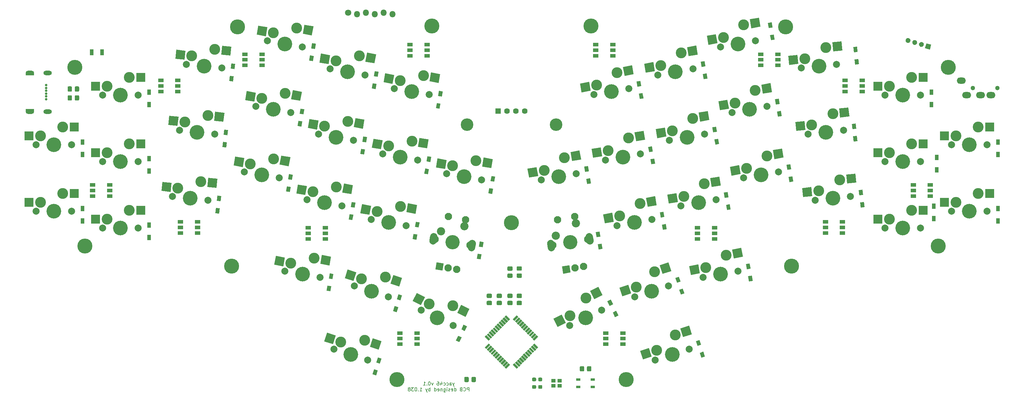
<source format=gbr>
%TF.GenerationSoftware,KiCad,Pcbnew,(5.1.6)-1*%
%TF.CreationDate,2020-09-17T21:57:32+09:00*%
%TF.ProjectId,yacc46,79616363-3436-42e6-9b69-6361645f7063,rev?*%
%TF.SameCoordinates,Original*%
%TF.FileFunction,Soldermask,Bot*%
%TF.FilePolarity,Negative*%
%FSLAX46Y46*%
G04 Gerber Fmt 4.6, Leading zero omitted, Abs format (unit mm)*
G04 Created by KiCad (PCBNEW (5.1.6)-1) date 2020-09-17 21:57:32*
%MOMM*%
%LPD*%
G01*
G04 APERTURE LIST*
%ADD10C,0.150000*%
%ADD11R,1.624000X1.624000*%
%ADD12C,1.624000*%
%ADD13O,2.600000X1.800000*%
%ADD14C,1.300000*%
%ADD15C,2.350000*%
%ADD16C,4.087800*%
%ADD17C,2.100000*%
%ADD18C,0.100000*%
%ADD19C,3.600000*%
%ADD20C,0.700000*%
%ADD21C,3.100000*%
%ADD22R,2.650000X2.600000*%
%ADD23C,2.000000*%
%ADD24C,4.200000*%
%ADD25R,1.100000X1.500000*%
%ADD26C,4.300000*%
%ADD27O,1.800000X1.800000*%
%ADD28C,1.800000*%
%ADD29R,1.100000X1.700000*%
%ADD30R,1.600000X1.100000*%
%ADD31R,1.250000X1.100000*%
%ADD32O,2.400000X1.300000*%
%ADD33R,2.400000X0.350000*%
%ADD34R,0.360000X0.750000*%
%ADD35R,1.150000X0.750000*%
G04 APERTURE END LIST*
D10*
X148402380Y-134110714D02*
X148164285Y-134777380D01*
X147926190Y-134110714D02*
X148164285Y-134777380D01*
X148259523Y-135015476D01*
X148307142Y-135063095D01*
X148402380Y-135110714D01*
X147116666Y-134777380D02*
X147116666Y-134253571D01*
X147164285Y-134158333D01*
X147259523Y-134110714D01*
X147450000Y-134110714D01*
X147545238Y-134158333D01*
X147116666Y-134729761D02*
X147211904Y-134777380D01*
X147450000Y-134777380D01*
X147545238Y-134729761D01*
X147592857Y-134634523D01*
X147592857Y-134539285D01*
X147545238Y-134444047D01*
X147450000Y-134396428D01*
X147211904Y-134396428D01*
X147116666Y-134348809D01*
X146211904Y-134729761D02*
X146307142Y-134777380D01*
X146497619Y-134777380D01*
X146592857Y-134729761D01*
X146640476Y-134682142D01*
X146688095Y-134586904D01*
X146688095Y-134301190D01*
X146640476Y-134205952D01*
X146592857Y-134158333D01*
X146497619Y-134110714D01*
X146307142Y-134110714D01*
X146211904Y-134158333D01*
X145354761Y-134729761D02*
X145450000Y-134777380D01*
X145640476Y-134777380D01*
X145735714Y-134729761D01*
X145783333Y-134682142D01*
X145830952Y-134586904D01*
X145830952Y-134301190D01*
X145783333Y-134205952D01*
X145735714Y-134158333D01*
X145640476Y-134110714D01*
X145450000Y-134110714D01*
X145354761Y-134158333D01*
X144497619Y-134110714D02*
X144497619Y-134777380D01*
X144735714Y-133729761D02*
X144973809Y-134444047D01*
X144354761Y-134444047D01*
X143545238Y-133777380D02*
X143735714Y-133777380D01*
X143830952Y-133825000D01*
X143878571Y-133872619D01*
X143973809Y-134015476D01*
X144021428Y-134205952D01*
X144021428Y-134586904D01*
X143973809Y-134682142D01*
X143926190Y-134729761D01*
X143830952Y-134777380D01*
X143640476Y-134777380D01*
X143545238Y-134729761D01*
X143497619Y-134682142D01*
X143450000Y-134586904D01*
X143450000Y-134348809D01*
X143497619Y-134253571D01*
X143545238Y-134205952D01*
X143640476Y-134158333D01*
X143830952Y-134158333D01*
X143926190Y-134205952D01*
X143973809Y-134253571D01*
X144021428Y-134348809D01*
X142354761Y-134110714D02*
X142116666Y-134777380D01*
X141878571Y-134110714D01*
X141307142Y-133777380D02*
X141211904Y-133777380D01*
X141116666Y-133825000D01*
X141069047Y-133872619D01*
X141021428Y-133967857D01*
X140973809Y-134158333D01*
X140973809Y-134396428D01*
X141021428Y-134586904D01*
X141069047Y-134682142D01*
X141116666Y-134729761D01*
X141211904Y-134777380D01*
X141307142Y-134777380D01*
X141402380Y-134729761D01*
X141450000Y-134682142D01*
X141497619Y-134586904D01*
X141545238Y-134396428D01*
X141545238Y-134158333D01*
X141497619Y-133967857D01*
X141450000Y-133872619D01*
X141402380Y-133825000D01*
X141307142Y-133777380D01*
X140545238Y-134682142D02*
X140497619Y-134729761D01*
X140545238Y-134777380D01*
X140592857Y-134729761D01*
X140545238Y-134682142D01*
X140545238Y-134777380D01*
X139545238Y-134777380D02*
X140116666Y-134777380D01*
X139830952Y-134777380D02*
X139830952Y-133777380D01*
X139926190Y-133920238D01*
X140021428Y-134015476D01*
X140116666Y-134063095D01*
X152640476Y-136427380D02*
X152640476Y-135427380D01*
X152259523Y-135427380D01*
X152164285Y-135475000D01*
X152116666Y-135522619D01*
X152069047Y-135617857D01*
X152069047Y-135760714D01*
X152116666Y-135855952D01*
X152164285Y-135903571D01*
X152259523Y-135951190D01*
X152640476Y-135951190D01*
X151069047Y-136332142D02*
X151116666Y-136379761D01*
X151259523Y-136427380D01*
X151354761Y-136427380D01*
X151497619Y-136379761D01*
X151592857Y-136284523D01*
X151640476Y-136189285D01*
X151688095Y-135998809D01*
X151688095Y-135855952D01*
X151640476Y-135665476D01*
X151592857Y-135570238D01*
X151497619Y-135475000D01*
X151354761Y-135427380D01*
X151259523Y-135427380D01*
X151116666Y-135475000D01*
X151069047Y-135522619D01*
X150307142Y-135903571D02*
X150164285Y-135951190D01*
X150116666Y-135998809D01*
X150069047Y-136094047D01*
X150069047Y-136236904D01*
X150116666Y-136332142D01*
X150164285Y-136379761D01*
X150259523Y-136427380D01*
X150640476Y-136427380D01*
X150640476Y-135427380D01*
X150307142Y-135427380D01*
X150211904Y-135475000D01*
X150164285Y-135522619D01*
X150116666Y-135617857D01*
X150116666Y-135713095D01*
X150164285Y-135808333D01*
X150211904Y-135855952D01*
X150307142Y-135903571D01*
X150640476Y-135903571D01*
X148450000Y-136427380D02*
X148450000Y-135427380D01*
X148450000Y-136379761D02*
X148545238Y-136427380D01*
X148735714Y-136427380D01*
X148830952Y-136379761D01*
X148878571Y-136332142D01*
X148926190Y-136236904D01*
X148926190Y-135951190D01*
X148878571Y-135855952D01*
X148830952Y-135808333D01*
X148735714Y-135760714D01*
X148545238Y-135760714D01*
X148450000Y-135808333D01*
X147592857Y-136379761D02*
X147688095Y-136427380D01*
X147878571Y-136427380D01*
X147973809Y-136379761D01*
X148021428Y-136284523D01*
X148021428Y-135903571D01*
X147973809Y-135808333D01*
X147878571Y-135760714D01*
X147688095Y-135760714D01*
X147592857Y-135808333D01*
X147545238Y-135903571D01*
X147545238Y-135998809D01*
X148021428Y-136094047D01*
X147164285Y-136379761D02*
X147069047Y-136427380D01*
X146878571Y-136427380D01*
X146783333Y-136379761D01*
X146735714Y-136284523D01*
X146735714Y-136236904D01*
X146783333Y-136141666D01*
X146878571Y-136094047D01*
X147021428Y-136094047D01*
X147116666Y-136046428D01*
X147164285Y-135951190D01*
X147164285Y-135903571D01*
X147116666Y-135808333D01*
X147021428Y-135760714D01*
X146878571Y-135760714D01*
X146783333Y-135808333D01*
X146307142Y-136427380D02*
X146307142Y-135760714D01*
X146307142Y-135427380D02*
X146354761Y-135475000D01*
X146307142Y-135522619D01*
X146259523Y-135475000D01*
X146307142Y-135427380D01*
X146307142Y-135522619D01*
X145402380Y-135760714D02*
X145402380Y-136570238D01*
X145450000Y-136665476D01*
X145497619Y-136713095D01*
X145592857Y-136760714D01*
X145735714Y-136760714D01*
X145830952Y-136713095D01*
X145402380Y-136379761D02*
X145497619Y-136427380D01*
X145688095Y-136427380D01*
X145783333Y-136379761D01*
X145830952Y-136332142D01*
X145878571Y-136236904D01*
X145878571Y-135951190D01*
X145830952Y-135855952D01*
X145783333Y-135808333D01*
X145688095Y-135760714D01*
X145497619Y-135760714D01*
X145402380Y-135808333D01*
X144926190Y-135760714D02*
X144926190Y-136427380D01*
X144926190Y-135855952D02*
X144878571Y-135808333D01*
X144783333Y-135760714D01*
X144640476Y-135760714D01*
X144545238Y-135808333D01*
X144497619Y-135903571D01*
X144497619Y-136427380D01*
X143640476Y-136379761D02*
X143735714Y-136427380D01*
X143926190Y-136427380D01*
X144021428Y-136379761D01*
X144069047Y-136284523D01*
X144069047Y-135903571D01*
X144021428Y-135808333D01*
X143926190Y-135760714D01*
X143735714Y-135760714D01*
X143640476Y-135808333D01*
X143592857Y-135903571D01*
X143592857Y-135998809D01*
X144069047Y-136094047D01*
X142735714Y-136427380D02*
X142735714Y-135427380D01*
X142735714Y-136379761D02*
X142830952Y-136427380D01*
X143021428Y-136427380D01*
X143116666Y-136379761D01*
X143164285Y-136332142D01*
X143211904Y-136236904D01*
X143211904Y-135951190D01*
X143164285Y-135855952D01*
X143116666Y-135808333D01*
X143021428Y-135760714D01*
X142830952Y-135760714D01*
X142735714Y-135808333D01*
X141497619Y-136427380D02*
X141497619Y-135427380D01*
X141497619Y-135808333D02*
X141402380Y-135760714D01*
X141211904Y-135760714D01*
X141116666Y-135808333D01*
X141069047Y-135855952D01*
X141021428Y-135951190D01*
X141021428Y-136236904D01*
X141069047Y-136332142D01*
X141116666Y-136379761D01*
X141211904Y-136427380D01*
X141402380Y-136427380D01*
X141497619Y-136379761D01*
X140688095Y-135760714D02*
X140450000Y-136427380D01*
X140211904Y-135760714D02*
X140450000Y-136427380D01*
X140545238Y-136665476D01*
X140592857Y-136713095D01*
X140688095Y-136760714D01*
X138545238Y-136427380D02*
X139116666Y-136427380D01*
X138830952Y-136427380D02*
X138830952Y-135427380D01*
X138926190Y-135570238D01*
X139021428Y-135665476D01*
X139116666Y-135713095D01*
X138116666Y-136332142D02*
X138069047Y-136379761D01*
X138116666Y-136427380D01*
X138164285Y-136379761D01*
X138116666Y-136332142D01*
X138116666Y-136427380D01*
X137450000Y-135427380D02*
X137354761Y-135427380D01*
X137259523Y-135475000D01*
X137211904Y-135522619D01*
X137164285Y-135617857D01*
X137116666Y-135808333D01*
X137116666Y-136046428D01*
X137164285Y-136236904D01*
X137211904Y-136332142D01*
X137259523Y-136379761D01*
X137354761Y-136427380D01*
X137450000Y-136427380D01*
X137545238Y-136379761D01*
X137592857Y-136332142D01*
X137640476Y-136236904D01*
X137688095Y-136046428D01*
X137688095Y-135808333D01*
X137640476Y-135617857D01*
X137592857Y-135522619D01*
X137545238Y-135475000D01*
X137450000Y-135427380D01*
X136783333Y-135427380D02*
X136164285Y-135427380D01*
X136497619Y-135808333D01*
X136354761Y-135808333D01*
X136259523Y-135855952D01*
X136211904Y-135903571D01*
X136164285Y-135998809D01*
X136164285Y-136236904D01*
X136211904Y-136332142D01*
X136259523Y-136379761D01*
X136354761Y-136427380D01*
X136640476Y-136427380D01*
X136735714Y-136379761D01*
X136783333Y-136332142D01*
X135592857Y-135855952D02*
X135688095Y-135808333D01*
X135735714Y-135760714D01*
X135783333Y-135665476D01*
X135783333Y-135617857D01*
X135735714Y-135522619D01*
X135688095Y-135475000D01*
X135592857Y-135427380D01*
X135402380Y-135427380D01*
X135307142Y-135475000D01*
X135259523Y-135522619D01*
X135211904Y-135617857D01*
X135211904Y-135665476D01*
X135259523Y-135760714D01*
X135307142Y-135808333D01*
X135402380Y-135855952D01*
X135592857Y-135855952D01*
X135688095Y-135903571D01*
X135735714Y-135951190D01*
X135783333Y-136046428D01*
X135783333Y-136236904D01*
X135735714Y-136332142D01*
X135688095Y-136379761D01*
X135592857Y-136427380D01*
X135402380Y-136427380D01*
X135307142Y-136379761D01*
X135259523Y-136332142D01*
X135211904Y-136236904D01*
X135211904Y-136046428D01*
X135259523Y-135951190D01*
X135307142Y-135903571D01*
X135402380Y-135855952D01*
D11*
%TO.C,J2*%
X160960600Y-56180000D03*
D12*
X163500600Y-56180000D03*
X166040600Y-56180000D03*
X168580600Y-56180000D03*
%TD*%
D13*
%TO.C,J5*%
X293530000Y-47450000D03*
X295030000Y-51650000D03*
X299030000Y-51650000D03*
X302030000Y-51650000D03*
D14*
X296830000Y-49550000D03*
X303830000Y-49550000D03*
%TD*%
D15*
%TO.C,SW19*%
X151311876Y-89209681D03*
D16*
X147928332Y-93771438D03*
D15*
X144617281Y-90608427D03*
D17*
X142925509Y-92889305D03*
X152931155Y-94653571D03*
D18*
G36*
X145015669Y-101939755D02*
G01*
X142947572Y-101575094D01*
X143312233Y-99506997D01*
X145380330Y-99871658D01*
X145015669Y-101939755D01*
G37*
D17*
X146625971Y-101157496D03*
X149087990Y-101591617D03*
G36*
G01*
X142126890Y-94423941D02*
X142126889Y-94423941D01*
G75*
G02*
X141275172Y-93207562I182331J1034048D01*
G01*
X141483550Y-92025792D01*
G75*
G02*
X142699929Y-91174075I1034048J-182331D01*
G01*
X142699929Y-91174075D01*
G75*
G02*
X143551646Y-92390454I-182331J-1034048D01*
G01*
X143343268Y-93572224D01*
G75*
G02*
X142126889Y-94423941I-1034048J182331D01*
G01*
G37*
G36*
G01*
X153156736Y-96368801D02*
X153156735Y-96368801D01*
G75*
G02*
X152305018Y-95152422I182331J1034048D01*
G01*
X152513396Y-93970652D01*
G75*
G02*
X153729775Y-93118935I1034048J-182331D01*
G01*
X153729775Y-93118935D01*
G75*
G02*
X154581492Y-94335314I-182331J-1034048D01*
G01*
X154373114Y-95517084D01*
G75*
G02*
X153156735Y-96368801I-1034048J182331D01*
G01*
G37*
X146681850Y-86443663D03*
X151605889Y-87311904D03*
%TD*%
D15*
%TO.C,SW36*%
X183232192Y-88327548D03*
D16*
X181612913Y-93771438D03*
D15*
X177419729Y-91931626D03*
D17*
X176610090Y-94653571D03*
X186615736Y-92889305D03*
D18*
G36*
X181669634Y-102443335D02*
G01*
X179601537Y-102807996D01*
X179236876Y-100739899D01*
X181304973Y-100375238D01*
X181669634Y-102443335D01*
G37*
D17*
X182915274Y-101157496D03*
X185377294Y-100723376D03*
G36*
G01*
X176384509Y-96368801D02*
X176384510Y-96368801D01*
G75*
G02*
X175168131Y-95517084I-182331J1034048D01*
G01*
X174959753Y-94335314D01*
G75*
G02*
X175811470Y-93118935I1034048J182331D01*
G01*
X175811470Y-93118935D01*
G75*
G02*
X177027849Y-93970652I182331J-1034048D01*
G01*
X177236227Y-95152422D01*
G75*
G02*
X176384510Y-96368801I-1034048J-182331D01*
G01*
G37*
G36*
G01*
X187414355Y-94423941D02*
X187414356Y-94423941D01*
G75*
G02*
X186197977Y-93572224I-182331J1034048D01*
G01*
X185989599Y-92390454D01*
G75*
G02*
X186841316Y-91174075I1034048J182331D01*
G01*
X186841316Y-91174075D01*
G75*
G02*
X188057695Y-92025792I182331J-1034048D01*
G01*
X188266073Y-93207562D01*
G75*
G02*
X187414356Y-94423941I-1034048J-182331D01*
G01*
G37*
X177935356Y-87311904D03*
X182859395Y-86443663D03*
%TD*%
D19*
%TO.C,HOLE14*%
X177501200Y-60110000D03*
%TD*%
%TO.C,HOLE13*%
X152040000Y-60110000D03*
%TD*%
D20*
%TO.C,SW1*%
X45715000Y-49035000D03*
X58642000Y-46495000D03*
D21*
X55340000Y-46495000D03*
X48990000Y-49035000D03*
D22*
X58642000Y-46495000D03*
D23*
X47720000Y-51575000D03*
X57880000Y-51575000D03*
D24*
X52800000Y-51575000D03*
D22*
X45715000Y-49035000D03*
%TD*%
D20*
%TO.C,SW2*%
X69995304Y-40039858D03*
X83116991Y-38865012D03*
D21*
X79833079Y-38519859D03*
X73252363Y-40382189D03*
D18*
G36*
X84570620Y-37710634D02*
G01*
X84298846Y-40296391D01*
X81663362Y-40019390D01*
X81935136Y-37433633D01*
X84570620Y-37710634D01*
G37*
D23*
X71723818Y-42775523D03*
X81828160Y-43837533D03*
D24*
X76775989Y-43306528D03*
D18*
G36*
X71448933Y-38885480D02*
G01*
X71177159Y-41471237D01*
X68541675Y-41194236D01*
X68813449Y-38608479D01*
X71448933Y-38885480D01*
G37*
%TD*%
D20*
%TO.C,SW3*%
X93380267Y-33214266D03*
X106551944Y-32957604D03*
D21*
X103300108Y-32384218D03*
X96605513Y-33782964D03*
D18*
G36*
X108082557Y-31907438D02*
G01*
X107631072Y-34467938D01*
X105021331Y-34007770D01*
X105472816Y-31447270D01*
X108082557Y-31907438D01*
G37*
D23*
X94913741Y-36063842D03*
X104919387Y-37828108D03*
D24*
X99916564Y-36945975D03*
D18*
G36*
X94910880Y-32164100D02*
G01*
X94459395Y-34724600D01*
X91849654Y-34264432D01*
X92301139Y-31703932D01*
X94910880Y-32164100D01*
G37*
%TD*%
D20*
%TO.C,SW4*%
X111313855Y-41212411D03*
X124485532Y-40955749D03*
D21*
X121233696Y-40382363D03*
X114539101Y-41781109D03*
D18*
G36*
X126016145Y-39905583D02*
G01*
X125564660Y-42466083D01*
X122954919Y-42005915D01*
X123406404Y-39445415D01*
X126016145Y-39905583D01*
G37*
D23*
X112847329Y-44061987D03*
X122852975Y-45826253D03*
D24*
X117850152Y-44944120D03*
D18*
G36*
X112844468Y-40162245D02*
G01*
X112392983Y-42722745D01*
X109783242Y-42262577D01*
X110234727Y-39702077D01*
X112844468Y-40162245D01*
G37*
%TD*%
D20*
%TO.C,SW5*%
X129660943Y-46865482D03*
X142832620Y-46608820D03*
D21*
X139580784Y-46035434D03*
X132886189Y-47434180D03*
D18*
G36*
X144363233Y-45558654D02*
G01*
X143911748Y-48119154D01*
X141302007Y-47658986D01*
X141753492Y-45098486D01*
X144363233Y-45558654D01*
G37*
D23*
X131194417Y-49715058D03*
X141200063Y-51479324D03*
D24*
X136197240Y-50597191D03*
D18*
G36*
X131191556Y-45815316D02*
G01*
X130740071Y-48375816D01*
X128130330Y-47915648D01*
X128581815Y-45355148D01*
X131191556Y-45815316D01*
G37*
%TD*%
D20*
%TO.C,SW6*%
X26665000Y-63322500D03*
X39592000Y-60782500D03*
D21*
X36290000Y-60782500D03*
X29940000Y-63322500D03*
D22*
X39592000Y-60782500D03*
D23*
X28670000Y-65862500D03*
X38830000Y-65862500D03*
D24*
X33750000Y-65862500D03*
D22*
X26665000Y-63322500D03*
%TD*%
D20*
%TO.C,SW7*%
X45715000Y-68085000D03*
X58642000Y-65545000D03*
D21*
X55340000Y-65545000D03*
X48990000Y-68085000D03*
D22*
X58642000Y-65545000D03*
D23*
X47720000Y-70625000D03*
X57880000Y-70625000D03*
D24*
X52800000Y-70625000D03*
D22*
X45715000Y-68085000D03*
%TD*%
D20*
%TO.C,SW8*%
X68004036Y-58985500D03*
X81125723Y-57810654D03*
D21*
X77841811Y-57465501D03*
X71261095Y-59327831D03*
D18*
G36*
X82579352Y-56656276D02*
G01*
X82307578Y-59242033D01*
X79672094Y-58965032D01*
X79943868Y-56379275D01*
X82579352Y-56656276D01*
G37*
D23*
X69732550Y-61721165D03*
X79836892Y-62783175D03*
D24*
X74784721Y-62252170D03*
D18*
G36*
X69457665Y-57831122D02*
G01*
X69185891Y-60416879D01*
X66550407Y-60139878D01*
X66822181Y-57554121D01*
X69457665Y-57831122D01*
G37*
%TD*%
D20*
%TO.C,SW9*%
X90072269Y-51974854D03*
X103243946Y-51718192D03*
D21*
X99992110Y-51144806D03*
X93297515Y-52543552D03*
D18*
G36*
X104774559Y-50668026D02*
G01*
X104323074Y-53228526D01*
X101713333Y-52768358D01*
X102164818Y-50207858D01*
X104774559Y-50668026D01*
G37*
D23*
X91605743Y-54824430D03*
X101611389Y-56588696D03*
D24*
X96608566Y-55706563D03*
D18*
G36*
X91602882Y-50924688D02*
G01*
X91151397Y-53485188D01*
X88541656Y-53025020D01*
X88993141Y-50464520D01*
X91602882Y-50924688D01*
G37*
%TD*%
D20*
%TO.C,SW10*%
X108005857Y-59972999D03*
X121177534Y-59716337D03*
D21*
X117925698Y-59142951D03*
X111231103Y-60541697D03*
D18*
G36*
X122708147Y-58666171D02*
G01*
X122256662Y-61226671D01*
X119646921Y-60766503D01*
X120098406Y-58206003D01*
X122708147Y-58666171D01*
G37*
D23*
X109539331Y-62822575D03*
X119544977Y-64586841D03*
D24*
X114542154Y-63704708D03*
D18*
G36*
X109536470Y-58922833D02*
G01*
X109084985Y-61483333D01*
X106475244Y-61023165D01*
X106926729Y-58462665D01*
X109536470Y-58922833D01*
G37*
%TD*%
D20*
%TO.C,SW11*%
X126352945Y-65626070D03*
X139524622Y-65369408D03*
D21*
X136272786Y-64796022D03*
X129578191Y-66194768D03*
D18*
G36*
X141055235Y-64319242D02*
G01*
X140603750Y-66879742D01*
X137994009Y-66419574D01*
X138445494Y-63859074D01*
X141055235Y-64319242D01*
G37*
D23*
X127886419Y-68475646D03*
X137892065Y-70239912D03*
D24*
X132889242Y-69357779D03*
D18*
G36*
X127883558Y-64575904D02*
G01*
X127432073Y-67136404D01*
X124822332Y-66676236D01*
X125273817Y-64115736D01*
X127883558Y-64575904D01*
G37*
%TD*%
D20*
%TO.C,SW12*%
X144700033Y-71279141D03*
X157871710Y-71022479D03*
D21*
X154619874Y-70449093D03*
X147925279Y-71847839D03*
D18*
G36*
X159402323Y-69972313D02*
G01*
X158950838Y-72532813D01*
X156341097Y-72072645D01*
X156792582Y-69512145D01*
X159402323Y-69972313D01*
G37*
D23*
X146233507Y-74128717D03*
X156239153Y-75892983D03*
D24*
X151236330Y-75010850D03*
D18*
G36*
X146230646Y-70228975D02*
G01*
X145779161Y-72789475D01*
X143169420Y-72329307D01*
X143620905Y-69768807D01*
X146230646Y-70228975D01*
G37*
%TD*%
D20*
%TO.C,SW13*%
X26665000Y-82372500D03*
X39592000Y-79832500D03*
D21*
X36290000Y-79832500D03*
X29940000Y-82372500D03*
D22*
X39592000Y-79832500D03*
D23*
X28670000Y-84912500D03*
X38830000Y-84912500D03*
D24*
X33750000Y-84912500D03*
D22*
X26665000Y-82372500D03*
%TD*%
D20*
%TO.C,SW14*%
X45715000Y-87135000D03*
X58642000Y-84595000D03*
D21*
X55340000Y-84595000D03*
X48990000Y-87135000D03*
D22*
X58642000Y-84595000D03*
D23*
X47720000Y-89675000D03*
X57880000Y-89675000D03*
D24*
X52800000Y-89675000D03*
D22*
X45715000Y-87135000D03*
%TD*%
D20*
%TO.C,SW15*%
X66012769Y-77931142D03*
X79134456Y-76756296D03*
D21*
X75850544Y-76411143D03*
X69269828Y-78273473D03*
D18*
G36*
X80588085Y-75601918D02*
G01*
X80316311Y-78187675D01*
X77680827Y-77910674D01*
X77952601Y-75324917D01*
X80588085Y-75601918D01*
G37*
D23*
X67741283Y-80666807D03*
X77845625Y-81728817D03*
D24*
X72793454Y-81197812D03*
D18*
G36*
X67466398Y-76776764D02*
G01*
X67194624Y-79362521D01*
X64559140Y-79085520D01*
X64830914Y-76499763D01*
X67466398Y-76776764D01*
G37*
%TD*%
D20*
%TO.C,SW16*%
X86764271Y-70735442D03*
X99935948Y-70478780D03*
D21*
X96684112Y-69905394D03*
X89989517Y-71304140D03*
D18*
G36*
X101466561Y-69428614D02*
G01*
X101015076Y-71989114D01*
X98405335Y-71528946D01*
X98856820Y-68968446D01*
X101466561Y-69428614D01*
G37*
D23*
X88297745Y-73585018D03*
X98303391Y-75349284D03*
D24*
X93300568Y-74467151D03*
D18*
G36*
X88294884Y-69685276D02*
G01*
X87843399Y-72245776D01*
X85233658Y-71785608D01*
X85685143Y-69225108D01*
X88294884Y-69685276D01*
G37*
%TD*%
D20*
%TO.C,SW17*%
X104697859Y-78733586D03*
X117869536Y-78476924D03*
D21*
X114617700Y-77903538D03*
X107923105Y-79302284D03*
D18*
G36*
X119400149Y-77426758D02*
G01*
X118948664Y-79987258D01*
X116338923Y-79527090D01*
X116790408Y-76966590D01*
X119400149Y-77426758D01*
G37*
D23*
X106231333Y-81583162D03*
X116236979Y-83347428D03*
D24*
X111234156Y-82465295D03*
D18*
G36*
X106228472Y-77683420D02*
G01*
X105776987Y-80243920D01*
X103167246Y-79783752D01*
X103618731Y-77223252D01*
X106228472Y-77683420D01*
G37*
%TD*%
D20*
%TO.C,SW18*%
X123044947Y-84386658D03*
X136216624Y-84129996D03*
D21*
X132964788Y-83556610D03*
X126270193Y-84955356D03*
D18*
G36*
X137747237Y-83079830D02*
G01*
X137295752Y-85640330D01*
X134686011Y-85180162D01*
X135137496Y-82619662D01*
X137747237Y-83079830D01*
G37*
D23*
X124578421Y-87236234D03*
X134584067Y-89000500D03*
D24*
X129581244Y-88118367D03*
D18*
G36*
X124575560Y-83336492D02*
G01*
X124124075Y-85896992D01*
X121514334Y-85436824D01*
X121965819Y-82876324D01*
X124575560Y-83336492D01*
G37*
%TD*%
D20*
%TO.C,SW20*%
X98397586Y-99196287D03*
X111569263Y-98939625D03*
D21*
X108317427Y-98366239D03*
X101622832Y-99764985D03*
D18*
G36*
X113099876Y-97889459D02*
G01*
X112648391Y-100449959D01*
X110038650Y-99989791D01*
X110490135Y-97429291D01*
X113099876Y-97889459D01*
G37*
D23*
X99931060Y-102045863D03*
X109936706Y-103810129D03*
D24*
X104933883Y-102927996D03*
D18*
G36*
X99928199Y-98146121D02*
G01*
X99476714Y-100706621D01*
X96866973Y-100246453D01*
X97318458Y-97685953D01*
X99928199Y-98146121D01*
G37*
%TD*%
D20*
%TO.C,SW21*%
X118709046Y-103241793D03*
X131788256Y-104820772D03*
D21*
X128647868Y-103800398D03*
X121823756Y-104253824D03*
D18*
G36*
X133450128Y-103993846D02*
G01*
X132646684Y-106466593D01*
X130126384Y-105647698D01*
X130929828Y-103174951D01*
X133450128Y-103993846D01*
G37*
D23*
X119831011Y-106277056D03*
X129493745Y-109416668D03*
D24*
X124662378Y-107846862D03*
D18*
G36*
X120370918Y-102414867D02*
G01*
X119567474Y-104887614D01*
X117047174Y-104068719D01*
X117850618Y-101595972D01*
X120370918Y-102414867D01*
G37*
%TD*%
D20*
%TO.C,SW22*%
X138259810Y-110074738D03*
X150991983Y-113458624D03*
D21*
X148024165Y-112011123D03*
X141203360Y-111510403D03*
D18*
G36*
X152752768Y-112871034D02*
G01*
X151613003Y-115207898D01*
X149231198Y-114046214D01*
X150370963Y-111709350D01*
X152752768Y-112871034D01*
G37*
D23*
X138948429Y-113236609D03*
X148080177Y-117690459D03*
D24*
X143514303Y-115463534D03*
D18*
G36*
X140020595Y-109487148D02*
G01*
X138880830Y-111824012D01*
X136499025Y-110662328D01*
X137638790Y-108325464D01*
X140020595Y-109487148D01*
G37*
%TD*%
D20*
%TO.C,SW23*%
X112822272Y-121359419D03*
X125901482Y-122938398D03*
D21*
X122761094Y-121918024D03*
X115936982Y-122371450D03*
D18*
G36*
X127563354Y-122111472D02*
G01*
X126759910Y-124584219D01*
X124239610Y-123765324D01*
X125043054Y-121292577D01*
X127563354Y-122111472D01*
G37*
D23*
X113944237Y-124394682D03*
X123606971Y-127534294D03*
D24*
X118775604Y-125964488D03*
D18*
G36*
X114484144Y-120532493D02*
G01*
X113680700Y-123005240D01*
X111160400Y-122186345D01*
X111963844Y-119713598D01*
X114484144Y-120532493D01*
G37*
%TD*%
D20*
%TO.C,SW24*%
X185925576Y-49326077D03*
X198215119Y-44579915D03*
D21*
X194963284Y-45153301D03*
X189150821Y-48757379D03*
D18*
G36*
X199294247Y-43069581D02*
G01*
X199745732Y-45630081D01*
X197135991Y-46090249D01*
X196684506Y-43529749D01*
X199294247Y-43069581D01*
G37*
D23*
X188341182Y-51479324D03*
X198346828Y-49715058D03*
D24*
X193344005Y-50597191D03*
D18*
G36*
X187004704Y-47815743D02*
G01*
X187456189Y-50376243D01*
X184846448Y-50836411D01*
X184394963Y-48275911D01*
X187004704Y-47815743D01*
G37*
%TD*%
D20*
%TO.C,SW25*%
X204272664Y-43673006D03*
X216562207Y-38926844D03*
D21*
X213310372Y-39500230D03*
X207497909Y-43104308D03*
D18*
G36*
X217641335Y-37416510D02*
G01*
X218092820Y-39977010D01*
X215483079Y-40437178D01*
X215031594Y-37876678D01*
X217641335Y-37416510D01*
G37*
D23*
X206688270Y-45826253D03*
X216693916Y-44061987D03*
D24*
X211691093Y-44944120D03*
D18*
G36*
X205351792Y-42162672D02*
G01*
X205803277Y-44723172D01*
X203193536Y-45183340D01*
X202742051Y-42622840D01*
X205351792Y-42162672D01*
G37*
%TD*%
D20*
%TO.C,SW26*%
X222206252Y-35674861D03*
X234495795Y-30928699D03*
D21*
X231243960Y-31502085D03*
X225431497Y-35106163D03*
D18*
G36*
X235574923Y-29418365D02*
G01*
X236026408Y-31978865D01*
X233416667Y-32439033D01*
X232965182Y-29878533D01*
X235574923Y-29418365D01*
G37*
D23*
X224621858Y-37828108D03*
X234627504Y-36063842D03*
D24*
X229624681Y-36945975D03*
D18*
G36*
X223285380Y-34164527D02*
G01*
X223736865Y-36725027D01*
X221127124Y-37185195D01*
X220675639Y-34624695D01*
X223285380Y-34164527D01*
G37*
%TD*%
D20*
%TO.C,SW27*%
X245453566Y-41521027D03*
X258044248Y-37643701D03*
D21*
X254760337Y-37988854D03*
X248710625Y-41178696D03*
D18*
G36*
X259226103Y-36212322D02*
G01*
X259497877Y-38798079D01*
X256862393Y-39075080D01*
X256590619Y-36489323D01*
X259226103Y-36212322D01*
G37*
D23*
X247713085Y-43837533D03*
X257817427Y-42775523D03*
D24*
X252765256Y-43306528D03*
D18*
G36*
X246635421Y-40089648D02*
G01*
X246907195Y-42675405D01*
X244271711Y-42952406D01*
X243999937Y-40366649D01*
X246635421Y-40089648D01*
G37*
%TD*%
D20*
%TO.C,SW28*%
X269656245Y-49035000D03*
X282583245Y-46495000D03*
D21*
X279281245Y-46495000D03*
X272931245Y-49035000D03*
D22*
X282583245Y-46495000D03*
D23*
X271661245Y-51575000D03*
X281821245Y-51575000D03*
D24*
X276741245Y-51575000D03*
D22*
X269656245Y-49035000D03*
%TD*%
D20*
%TO.C,SW29*%
X170886486Y-73739736D03*
X183176029Y-68993574D03*
D21*
X179924194Y-69566960D03*
X174111731Y-73171038D03*
D18*
G36*
X184255157Y-67483240D02*
G01*
X184706642Y-70043740D01*
X182096901Y-70503908D01*
X181645416Y-67943408D01*
X184255157Y-67483240D01*
G37*
D23*
X173302092Y-75892983D03*
X183307738Y-74128717D03*
D24*
X178304915Y-75010850D03*
D18*
G36*
X171965614Y-72229402D02*
G01*
X172417099Y-74789902D01*
X169807358Y-75250070D01*
X169355873Y-72689570D01*
X171965614Y-72229402D01*
G37*
%TD*%
D20*
%TO.C,SW30*%
X189233574Y-68086665D03*
X201523117Y-63340503D03*
D21*
X198271282Y-63913889D03*
X192458819Y-67517967D03*
D18*
G36*
X202602245Y-61830169D02*
G01*
X203053730Y-64390669D01*
X200443989Y-64850837D01*
X199992504Y-62290337D01*
X202602245Y-61830169D01*
G37*
D23*
X191649180Y-70239912D03*
X201654826Y-68475646D03*
D24*
X196652003Y-69357779D03*
D18*
G36*
X190312702Y-66576331D02*
G01*
X190764187Y-69136831D01*
X188154446Y-69596999D01*
X187702961Y-67036499D01*
X190312702Y-66576331D01*
G37*
%TD*%
D20*
%TO.C,SW31*%
X207580662Y-62433594D03*
X219870205Y-57687432D03*
D21*
X216618370Y-58260818D03*
X210805907Y-61864896D03*
D18*
G36*
X220949333Y-56177098D02*
G01*
X221400818Y-58737598D01*
X218791077Y-59197766D01*
X218339592Y-56637266D01*
X220949333Y-56177098D01*
G37*
D23*
X209996268Y-64586841D03*
X220001914Y-62822575D03*
D24*
X214999091Y-63704708D03*
D18*
G36*
X208659790Y-60923260D02*
G01*
X209111275Y-63483760D01*
X206501534Y-63943928D01*
X206050049Y-61383428D01*
X208659790Y-60923260D01*
G37*
%TD*%
D20*
%TO.C,SW32*%
X225514250Y-54435449D03*
X237803793Y-49689287D03*
D21*
X234551958Y-50262673D03*
X228739495Y-53866751D03*
D18*
G36*
X238882921Y-48178953D02*
G01*
X239334406Y-50739453D01*
X236724665Y-51199621D01*
X236273180Y-48639121D01*
X238882921Y-48178953D01*
G37*
D23*
X227929856Y-56588696D03*
X237935502Y-54824430D03*
D24*
X232932679Y-55706563D03*
D18*
G36*
X226593378Y-52925115D02*
G01*
X227044863Y-55485615D01*
X224435122Y-55945783D01*
X223983637Y-53385283D01*
X226593378Y-52925115D01*
G37*
%TD*%
D20*
%TO.C,SW33*%
X247444834Y-60466669D03*
X260035516Y-56589343D03*
D21*
X256751605Y-56934496D03*
X250701893Y-60124338D03*
D18*
G36*
X261217371Y-55157964D02*
G01*
X261489145Y-57743721D01*
X258853661Y-58020722D01*
X258581887Y-55434965D01*
X261217371Y-55157964D01*
G37*
D23*
X249704353Y-62783175D03*
X259808695Y-61721165D03*
D24*
X254756524Y-62252170D03*
D18*
G36*
X248626689Y-59035290D02*
G01*
X248898463Y-61621047D01*
X246262979Y-61898048D01*
X245991205Y-59312291D01*
X248626689Y-59035290D01*
G37*
%TD*%
D20*
%TO.C,SW34*%
X269656245Y-68085000D03*
X282583245Y-65545000D03*
D21*
X279281245Y-65545000D03*
X272931245Y-68085000D03*
D22*
X282583245Y-65545000D03*
D23*
X271661245Y-70625000D03*
X281821245Y-70625000D03*
D24*
X276741245Y-70625000D03*
D22*
X269656245Y-68085000D03*
%TD*%
D20*
%TO.C,SW35*%
X288706245Y-63322500D03*
X301633245Y-60782500D03*
D21*
X298331245Y-60782500D03*
X291981245Y-63322500D03*
D22*
X301633245Y-60782500D03*
D23*
X290711245Y-65862500D03*
X300871245Y-65862500D03*
D24*
X295791245Y-65862500D03*
D22*
X288706245Y-63322500D03*
%TD*%
D20*
%TO.C,SW37*%
X192541572Y-86847253D03*
X204831115Y-82101091D03*
D21*
X201579280Y-82674477D03*
X195766817Y-86278555D03*
D18*
G36*
X205910243Y-80590757D02*
G01*
X206361728Y-83151257D01*
X203751987Y-83611425D01*
X203300502Y-81050925D01*
X205910243Y-80590757D01*
G37*
D23*
X194957178Y-89000500D03*
X204962824Y-87236234D03*
D24*
X199960001Y-88118367D03*
D18*
G36*
X193620700Y-85336919D02*
G01*
X194072185Y-87897419D01*
X191462444Y-88357587D01*
X191010959Y-85797087D01*
X193620700Y-85336919D01*
G37*
%TD*%
D20*
%TO.C,SW38*%
X210888660Y-81194181D03*
X223178203Y-76448019D03*
D21*
X219926368Y-77021405D03*
X214113905Y-80625483D03*
D18*
G36*
X224257331Y-74937685D02*
G01*
X224708816Y-77498185D01*
X222099075Y-77958353D01*
X221647590Y-75397853D01*
X224257331Y-74937685D01*
G37*
D23*
X213304266Y-83347428D03*
X223309912Y-81583162D03*
D24*
X218307089Y-82465295D03*
D18*
G36*
X211967788Y-79683847D02*
G01*
X212419273Y-82244347D01*
X209809532Y-82704515D01*
X209358047Y-80144015D01*
X211967788Y-79683847D01*
G37*
%TD*%
D20*
%TO.C,SW39*%
X228822248Y-73196037D03*
X241111791Y-68449875D03*
D21*
X237859956Y-69023261D03*
X232047493Y-72627339D03*
D18*
G36*
X242190919Y-66939541D02*
G01*
X242642404Y-69500041D01*
X240032663Y-69960209D01*
X239581178Y-67399709D01*
X242190919Y-66939541D01*
G37*
D23*
X231237854Y-75349284D03*
X241243500Y-73585018D03*
D24*
X236240677Y-74467151D03*
D18*
G36*
X229901376Y-71685703D02*
G01*
X230352861Y-74246203D01*
X227743120Y-74706371D01*
X227291635Y-72145871D01*
X229901376Y-71685703D01*
G37*
%TD*%
D20*
%TO.C,SW40*%
X249436101Y-79412311D03*
X262026783Y-75534985D03*
D21*
X258742872Y-75880138D03*
X252693160Y-79069980D03*
D18*
G36*
X263208638Y-74103606D02*
G01*
X263480412Y-76689363D01*
X260844928Y-76966364D01*
X260573154Y-74380607D01*
X263208638Y-74103606D01*
G37*
D23*
X251695620Y-81728817D03*
X261799962Y-80666807D03*
D24*
X256747791Y-81197812D03*
D18*
G36*
X250617956Y-77980932D02*
G01*
X250889730Y-80566689D01*
X248254246Y-80843690D01*
X247982472Y-78257933D01*
X250617956Y-77980932D01*
G37*
%TD*%
D20*
%TO.C,SW41*%
X269656245Y-87135000D03*
X282583245Y-84595000D03*
D21*
X279281245Y-84595000D03*
X272931245Y-87135000D03*
D22*
X282583245Y-84595000D03*
D23*
X271661245Y-89675000D03*
X281821245Y-89675000D03*
D24*
X276741245Y-89675000D03*
D22*
X269656245Y-87135000D03*
%TD*%
D20*
%TO.C,SW42*%
X288706245Y-82372500D03*
X301633245Y-79832500D03*
D21*
X298331245Y-79832500D03*
X291981245Y-82372500D03*
D22*
X301633245Y-79832500D03*
D23*
X290711245Y-84912500D03*
X300871245Y-84912500D03*
D24*
X295791245Y-84912500D03*
D22*
X288706245Y-82372500D03*
%TD*%
D20*
%TO.C,SW43*%
X178545523Y-116286457D03*
X189050771Y-108336696D03*
D21*
X186082953Y-109784198D03*
X181489074Y-114850791D03*
D18*
G36*
X189671791Y-106587422D02*
G01*
X190811556Y-108924286D01*
X188429751Y-110085970D01*
X187289986Y-107749106D01*
X189671791Y-106587422D01*
G37*
D23*
X181461068Y-117690459D03*
X190592816Y-113236609D03*
D24*
X186026942Y-115463534D03*
D18*
G36*
X179166543Y-114537183D02*
G01*
X180306308Y-116874047D01*
X177924503Y-118035731D01*
X176784738Y-115698867D01*
X179166543Y-114537183D01*
G37*
%TD*%
D20*
%TO.C,SW44*%
X197355728Y-107620564D03*
X208865133Y-101210218D03*
D21*
X205724744Y-102230592D03*
X200470439Y-106608533D03*
D18*
G36*
X209723561Y-99564397D02*
G01*
X210527005Y-102037144D01*
X208006705Y-102856039D01*
X207203261Y-100383292D01*
X209723561Y-99564397D01*
G37*
D23*
X200047500Y-109416668D03*
X209710234Y-106277056D03*
D24*
X204878867Y-107846862D03*
D18*
G36*
X198214156Y-105974743D02*
G01*
X199017600Y-108447490D01*
X196497300Y-109266385D01*
X195693856Y-106793638D01*
X198214156Y-105974743D01*
G37*
%TD*%
D20*
%TO.C,SW45*%
X217188933Y-101656882D03*
X229478476Y-96910720D03*
D21*
X226226641Y-97484106D03*
X220414178Y-101088184D03*
D18*
G36*
X230557604Y-95400386D02*
G01*
X231009089Y-97960886D01*
X228399348Y-98421054D01*
X227947863Y-95860554D01*
X230557604Y-95400386D01*
G37*
D23*
X219604539Y-103810129D03*
X229610185Y-102045863D03*
D24*
X224607362Y-102927996D03*
D18*
G36*
X218268061Y-100146548D02*
G01*
X218719546Y-102707048D01*
X216109805Y-103167216D01*
X215658320Y-100606716D01*
X218268061Y-100146548D01*
G37*
%TD*%
D20*
%TO.C,SW46*%
X203242502Y-125738190D03*
X214751907Y-119327844D03*
D21*
X211611518Y-120348218D03*
X206357213Y-124726159D03*
D18*
G36*
X215610335Y-117682023D02*
G01*
X216413779Y-120154770D01*
X213893479Y-120973665D01*
X213090035Y-118500918D01*
X215610335Y-117682023D01*
G37*
D23*
X205934274Y-127534294D03*
X215597008Y-124394682D03*
D24*
X210765641Y-125964488D03*
D18*
G36*
X204100930Y-124092369D02*
G01*
X204904374Y-126565116D01*
X202384074Y-127384011D01*
X201580630Y-124911264D01*
X204100930Y-124092369D01*
G37*
%TD*%
D25*
%TO.C,D6*%
X41941500Y-65040000D03*
X41941500Y-68590000D03*
%TD*%
D18*
%TO.C,D46*%
G36*
X219056898Y-123194264D02*
G01*
X218010736Y-123534183D01*
X217547210Y-122107598D01*
X218593372Y-121767679D01*
X219056898Y-123194264D01*
G37*
G36*
X220153908Y-126570514D02*
G01*
X219107746Y-126910433D01*
X218644220Y-125483848D01*
X219690382Y-125143929D01*
X220153908Y-126570514D01*
G37*
%TD*%
%TO.C,D45*%
G36*
X233203468Y-101338651D02*
G01*
X232120180Y-101529664D01*
X231859708Y-100052453D01*
X232942996Y-99861440D01*
X233203468Y-101338651D01*
G37*
G36*
X233819920Y-104834719D02*
G01*
X232736632Y-105025732D01*
X232476160Y-103548521D01*
X233559448Y-103357508D01*
X233819920Y-104834719D01*
G37*
%TD*%
%TO.C,D44*%
G36*
X213170124Y-105076638D02*
G01*
X212123962Y-105416557D01*
X211660436Y-103989972D01*
X212706598Y-103650053D01*
X213170124Y-105076638D01*
G37*
G36*
X214267134Y-108452888D02*
G01*
X213220972Y-108792807D01*
X212757446Y-107366222D01*
X213803608Y-107026303D01*
X214267134Y-108452888D01*
G37*
%TD*%
%TO.C,D43*%
G36*
X193851967Y-111566350D02*
G01*
X192863294Y-112048559D01*
X192205737Y-110700368D01*
X193194410Y-110218159D01*
X193851967Y-111566350D01*
G37*
G36*
X195408185Y-114757068D02*
G01*
X194419512Y-115239277D01*
X193761955Y-113891086D01*
X194750628Y-113408877D01*
X195408185Y-114757068D01*
G37*
%TD*%
D25*
%TO.C,D42*%
X303982745Y-84090000D03*
X303982745Y-87640000D03*
%TD*%
%TO.C,D41*%
X285690000Y-83415000D03*
X285690000Y-86965000D03*
%TD*%
D18*
%TO.C,D40*%
G36*
X265433825Y-80211974D02*
G01*
X264339851Y-80326955D01*
X264183059Y-78835172D01*
X265277033Y-78720191D01*
X265433825Y-80211974D01*
G37*
G36*
X265804901Y-83742526D02*
G01*
X264710927Y-83857507D01*
X264554135Y-82365724D01*
X265648109Y-82250743D01*
X265804901Y-83742526D01*
G37*
%TD*%
%TO.C,D39*%
G36*
X244836783Y-72877806D02*
G01*
X243753495Y-73068819D01*
X243493023Y-71591608D01*
X244576311Y-71400595D01*
X244836783Y-72877806D01*
G37*
G36*
X245453235Y-76373874D02*
G01*
X244369947Y-76564887D01*
X244109475Y-75087676D01*
X245192763Y-74896663D01*
X245453235Y-76373874D01*
G37*
%TD*%
%TO.C,D38*%
G36*
X226903195Y-80875950D02*
G01*
X225819907Y-81066963D01*
X225559435Y-79589752D01*
X226642723Y-79398739D01*
X226903195Y-80875950D01*
G37*
G36*
X227519647Y-84372018D02*
G01*
X226436359Y-84563031D01*
X226175887Y-83085820D01*
X227259175Y-82894807D01*
X227519647Y-84372018D01*
G37*
%TD*%
%TO.C,D37*%
G36*
X208556107Y-86529022D02*
G01*
X207472819Y-86720035D01*
X207212347Y-85242824D01*
X208295635Y-85051811D01*
X208556107Y-86529022D01*
G37*
G36*
X209172559Y-90025090D02*
G01*
X208089271Y-90216103D01*
X207828799Y-88738892D01*
X208912087Y-88547879D01*
X209172559Y-90025090D01*
G37*
%TD*%
%TO.C,D36*%
G36*
X190209019Y-92182093D02*
G01*
X189125731Y-92373106D01*
X188865259Y-90895895D01*
X189948547Y-90704882D01*
X190209019Y-92182093D01*
G37*
G36*
X190825471Y-95678161D02*
G01*
X189742183Y-95869174D01*
X189481711Y-94391963D01*
X190564999Y-94200950D01*
X190825471Y-95678161D01*
G37*
%TD*%
D25*
%TO.C,D35*%
X303982745Y-65040000D03*
X303982745Y-68590000D03*
%TD*%
%TO.C,D34*%
X286470000Y-69495000D03*
X286470000Y-73045000D03*
%TD*%
D18*
%TO.C,D33*%
G36*
X263442558Y-61266332D02*
G01*
X262348584Y-61381313D01*
X262191792Y-59889530D01*
X263285766Y-59774549D01*
X263442558Y-61266332D01*
G37*
G36*
X263813634Y-64796884D02*
G01*
X262719660Y-64911865D01*
X262562868Y-63420082D01*
X263656842Y-63305101D01*
X263813634Y-64796884D01*
G37*
%TD*%
%TO.C,D32*%
G36*
X241528785Y-54117218D02*
G01*
X240445497Y-54308231D01*
X240185025Y-52831020D01*
X241268313Y-52640007D01*
X241528785Y-54117218D01*
G37*
G36*
X242145237Y-57613286D02*
G01*
X241061949Y-57804299D01*
X240801477Y-56327088D01*
X241884765Y-56136075D01*
X242145237Y-57613286D01*
G37*
%TD*%
%TO.C,D31*%
G36*
X223595197Y-62115363D02*
G01*
X222511909Y-62306376D01*
X222251437Y-60829165D01*
X223334725Y-60638152D01*
X223595197Y-62115363D01*
G37*
G36*
X224211649Y-65611431D02*
G01*
X223128361Y-65802444D01*
X222867889Y-64325233D01*
X223951177Y-64134220D01*
X224211649Y-65611431D01*
G37*
%TD*%
%TO.C,D30*%
G36*
X205248109Y-67768434D02*
G01*
X204164821Y-67959447D01*
X203904349Y-66482236D01*
X204987637Y-66291223D01*
X205248109Y-67768434D01*
G37*
G36*
X205864561Y-71264502D02*
G01*
X204781273Y-71455515D01*
X204520801Y-69978304D01*
X205604089Y-69787291D01*
X205864561Y-71264502D01*
G37*
%TD*%
%TO.C,D29*%
G36*
X186901021Y-73421505D02*
G01*
X185817733Y-73612518D01*
X185557261Y-72135307D01*
X186640549Y-71944294D01*
X186901021Y-73421505D01*
G37*
G36*
X187517473Y-76917573D02*
G01*
X186434185Y-77108586D01*
X186173713Y-75631375D01*
X187257001Y-75440362D01*
X187517473Y-76917573D01*
G37*
%TD*%
D25*
%TO.C,D28*%
X284932745Y-50752500D03*
X284932745Y-54302500D03*
%TD*%
D18*
%TO.C,D27*%
G36*
X263849845Y-39223125D02*
G01*
X262755871Y-39338106D01*
X262599079Y-37846323D01*
X263693053Y-37731342D01*
X263849845Y-39223125D01*
G37*
G36*
X264220921Y-42753677D02*
G01*
X263126947Y-42868658D01*
X262970155Y-41376875D01*
X264064129Y-41261894D01*
X264220921Y-42753677D01*
G37*
%TD*%
%TO.C,D26*%
G36*
X239513654Y-32215065D02*
G01*
X238430366Y-32406078D01*
X238169894Y-30928867D01*
X239253182Y-30737854D01*
X239513654Y-32215065D01*
G37*
G36*
X240130106Y-35711133D02*
G01*
X239046818Y-35902146D01*
X238786346Y-34424935D01*
X239869634Y-34233922D01*
X240130106Y-35711133D01*
G37*
%TD*%
%TO.C,D25*%
G36*
X220287199Y-43354775D02*
G01*
X219203911Y-43545788D01*
X218943439Y-42068577D01*
X220026727Y-41877564D01*
X220287199Y-43354775D01*
G37*
G36*
X220903651Y-46850843D02*
G01*
X219820363Y-47041856D01*
X219559891Y-45564645D01*
X220643179Y-45373632D01*
X220903651Y-46850843D01*
G37*
%TD*%
%TO.C,D24*%
G36*
X201940111Y-49007846D02*
G01*
X200856823Y-49198859D01*
X200596351Y-47721648D01*
X201679639Y-47530635D01*
X201940111Y-49007846D01*
G37*
G36*
X202556563Y-52503914D02*
G01*
X201473275Y-52694927D01*
X201212803Y-51217716D01*
X202296091Y-51026703D01*
X202556563Y-52503914D01*
G37*
%TD*%
%TO.C,D23*%
G36*
X127111667Y-128596809D02*
G01*
X126065505Y-128256890D01*
X126529031Y-126830305D01*
X127575193Y-127170224D01*
X127111667Y-128596809D01*
G37*
G36*
X126014657Y-131973059D02*
G01*
X124968495Y-131633140D01*
X125432021Y-130206555D01*
X126478183Y-130546474D01*
X126014657Y-131973059D01*
G37*
%TD*%
%TO.C,D22*%
G36*
X151402892Y-119230393D02*
G01*
X150414219Y-118748184D01*
X151071776Y-117399993D01*
X152060449Y-117882202D01*
X151402892Y-119230393D01*
G37*
G36*
X149846674Y-122421111D02*
G01*
X148858001Y-121938902D01*
X149515558Y-120590711D01*
X150504231Y-121072920D01*
X149846674Y-122421111D01*
G37*
%TD*%
%TO.C,D21*%
G36*
X132998441Y-110479183D02*
G01*
X131952279Y-110139264D01*
X132415805Y-108712679D01*
X133461967Y-109052598D01*
X132998441Y-110479183D01*
G37*
G36*
X131901431Y-113855433D02*
G01*
X130855269Y-113515514D01*
X131318795Y-112088929D01*
X132364957Y-112428848D01*
X131901431Y-113855433D01*
G37*
%TD*%
%TO.C,D20*%
G36*
X113555169Y-104374542D02*
G01*
X112471881Y-104183529D01*
X112732353Y-102706318D01*
X113815641Y-102897331D01*
X113555169Y-104374542D01*
G37*
G36*
X112938717Y-107870610D02*
G01*
X111855429Y-107679597D01*
X112115901Y-106202386D01*
X113199189Y-106393399D01*
X112938717Y-107870610D01*
G37*
%TD*%
%TO.C,D19*%
G36*
X156549618Y-95217984D02*
G01*
X155466330Y-95026971D01*
X155726802Y-93549760D01*
X156810090Y-93740773D01*
X156549618Y-95217984D01*
G37*
G36*
X155933166Y-98714052D02*
G01*
X154849878Y-98523039D01*
X155110350Y-97045828D01*
X156193638Y-97236841D01*
X155933166Y-98714052D01*
G37*
%TD*%
%TO.C,D18*%
G36*
X138202530Y-89564913D02*
G01*
X137119242Y-89373900D01*
X137379714Y-87896689D01*
X138463002Y-88087702D01*
X138202530Y-89564913D01*
G37*
G36*
X137586078Y-93060981D02*
G01*
X136502790Y-92869968D01*
X136763262Y-91392757D01*
X137846550Y-91583770D01*
X137586078Y-93060981D01*
G37*
%TD*%
%TO.C,D17*%
G36*
X119855442Y-83911841D02*
G01*
X118772154Y-83720828D01*
X119032626Y-82243617D01*
X120115914Y-82434630D01*
X119855442Y-83911841D01*
G37*
G36*
X119238990Y-87407909D02*
G01*
X118155702Y-87216896D01*
X118416174Y-85739685D01*
X119499462Y-85930698D01*
X119238990Y-87407909D01*
G37*
%TD*%
%TO.C,D16*%
G36*
X101921854Y-75913697D02*
G01*
X100838566Y-75722684D01*
X101099038Y-74245473D01*
X102182326Y-74436486D01*
X101921854Y-75913697D01*
G37*
G36*
X101305402Y-79409765D02*
G01*
X100222114Y-79218752D01*
X100482586Y-77741541D01*
X101565874Y-77932554D01*
X101305402Y-79409765D01*
G37*
%TD*%
%TO.C,D15*%
G36*
X81494645Y-82039445D02*
G01*
X80400671Y-81924464D01*
X80557463Y-80432681D01*
X81651437Y-80547662D01*
X81494645Y-82039445D01*
G37*
G36*
X81123569Y-85569997D02*
G01*
X80029595Y-85455016D01*
X80186387Y-83963233D01*
X81280361Y-84078214D01*
X81123569Y-85569997D01*
G37*
%TD*%
D25*
%TO.C,D14*%
X60991499Y-88852500D03*
X60991499Y-92402500D03*
%TD*%
%TO.C,D13*%
X41941500Y-84090000D03*
X41941500Y-87640000D03*
%TD*%
D18*
%TO.C,D12*%
G36*
X159857616Y-76457396D02*
G01*
X158774328Y-76266383D01*
X159034800Y-74789172D01*
X160118088Y-74980185D01*
X159857616Y-76457396D01*
G37*
G36*
X159241164Y-79953464D02*
G01*
X158157876Y-79762451D01*
X158418348Y-78285240D01*
X159501636Y-78476253D01*
X159241164Y-79953464D01*
G37*
%TD*%
%TO.C,D11*%
G36*
X141510528Y-70804325D02*
G01*
X140427240Y-70613312D01*
X140687712Y-69136101D01*
X141771000Y-69327114D01*
X141510528Y-70804325D01*
G37*
G36*
X140894076Y-74300393D02*
G01*
X139810788Y-74109380D01*
X140071260Y-72632169D01*
X141154548Y-72823182D01*
X140894076Y-74300393D01*
G37*
%TD*%
%TO.C,D10*%
G36*
X123163440Y-65151254D02*
G01*
X122080152Y-64960241D01*
X122340624Y-63483030D01*
X123423912Y-63674043D01*
X123163440Y-65151254D01*
G37*
G36*
X122546988Y-68647322D02*
G01*
X121463700Y-68456309D01*
X121724172Y-66979098D01*
X122807460Y-67170111D01*
X122546988Y-68647322D01*
G37*
%TD*%
%TO.C,D9*%
G36*
X105229852Y-57153109D02*
G01*
X104146564Y-56962096D01*
X104407036Y-55484885D01*
X105490324Y-55675898D01*
X105229852Y-57153109D01*
G37*
G36*
X104613400Y-60649177D02*
G01*
X103530112Y-60458164D01*
X103790584Y-58980953D01*
X104873872Y-59171966D01*
X104613400Y-60649177D01*
G37*
%TD*%
%TO.C,D8*%
G36*
X83485912Y-63093803D02*
G01*
X82391938Y-62978822D01*
X82548730Y-61487039D01*
X83642704Y-61602020D01*
X83485912Y-63093803D01*
G37*
G36*
X83114836Y-66624355D02*
G01*
X82020862Y-66509374D01*
X82177654Y-65017591D01*
X83271628Y-65132572D01*
X83114836Y-66624355D01*
G37*
%TD*%
D25*
%TO.C,D7*%
X60991499Y-69802500D03*
X60991499Y-73352500D03*
%TD*%
D18*
%TO.C,D5*%
G36*
X144818526Y-52043737D02*
G01*
X143735238Y-51852724D01*
X143995710Y-50375513D01*
X145078998Y-50566526D01*
X144818526Y-52043737D01*
G37*
G36*
X144202074Y-55539805D02*
G01*
X143118786Y-55348792D01*
X143379258Y-53871581D01*
X144462546Y-54062594D01*
X144202074Y-55539805D01*
G37*
%TD*%
%TO.C,D4*%
G36*
X126471438Y-46390666D02*
G01*
X125388150Y-46199653D01*
X125648622Y-44722442D01*
X126731910Y-44913455D01*
X126471438Y-46390666D01*
G37*
G36*
X125854986Y-49886734D02*
G01*
X124771698Y-49695721D01*
X125032170Y-48218510D01*
X126115458Y-48409523D01*
X125854986Y-49886734D01*
G37*
%TD*%
%TO.C,D3*%
G36*
X108537850Y-38392521D02*
G01*
X107454562Y-38201508D01*
X107715034Y-36724297D01*
X108798322Y-36915310D01*
X108537850Y-38392521D01*
G37*
G36*
X107921398Y-41888589D02*
G01*
X106838110Y-41697576D01*
X107098582Y-40220365D01*
X108181870Y-40411378D01*
X107921398Y-41888589D01*
G37*
%TD*%
%TO.C,D2*%
G36*
X85477180Y-44148161D02*
G01*
X84383206Y-44033180D01*
X84539998Y-42541397D01*
X85633972Y-42656378D01*
X85477180Y-44148161D01*
G37*
G36*
X85106104Y-47678713D02*
G01*
X84012130Y-47563732D01*
X84168922Y-46071949D01*
X85262896Y-46186930D01*
X85106104Y-47678713D01*
G37*
%TD*%
D25*
%TO.C,D1*%
X60991499Y-50752500D03*
X60991499Y-54302500D03*
%TD*%
D18*
%TO.C,J4*%
G36*
X283538406Y-36756976D02*
G01*
X284928694Y-37168798D01*
X284516872Y-38559086D01*
X283126584Y-38147264D01*
X283538406Y-36756976D01*
G37*
G36*
G01*
X282315911Y-36394856D02*
X282315911Y-36394856D01*
G75*
G02*
X282805144Y-37295911I-205911J-695144D01*
G01*
X282805144Y-37295911D01*
G75*
G02*
X281904089Y-37785144I-695144J205911D01*
G01*
X281904089Y-37785144D01*
G75*
G02*
X281414856Y-36884089I205911J695144D01*
G01*
X281414856Y-36884089D01*
G75*
G02*
X282315911Y-36394856I695144J-205911D01*
G01*
G37*
G36*
G01*
X280398271Y-35826826D02*
X280398271Y-35826826D01*
G75*
G02*
X280887504Y-36727881I-205911J-695144D01*
G01*
X280887504Y-36727881D01*
G75*
G02*
X279986449Y-37217114I-695144J205911D01*
G01*
X279986449Y-37217114D01*
G75*
G02*
X279497216Y-36316059I205911J695144D01*
G01*
X279497216Y-36316059D01*
G75*
G02*
X280398271Y-35826826I695144J-205911D01*
G01*
G37*
G36*
G01*
X278480632Y-35258795D02*
X278480632Y-35258795D01*
G75*
G02*
X278969865Y-36159850I-205911J-695144D01*
G01*
X278969865Y-36159850D01*
G75*
G02*
X278068810Y-36649083I-695144J205911D01*
G01*
X278068810Y-36649083D01*
G75*
G02*
X277579577Y-35748028I205911J695144D01*
G01*
X277579577Y-35748028D01*
G75*
G02*
X278480632Y-35258795I695144J-205911D01*
G01*
G37*
%TD*%
D26*
%TO.C,HOLE12*%
X197561200Y-133120000D03*
%TD*%
%TO.C,HOLE11*%
X244921200Y-100610000D03*
%TD*%
%TO.C,HOLE10*%
X286901245Y-94900000D03*
%TD*%
%TO.C,HOLE9*%
X289831200Y-43680000D03*
%TD*%
%TO.C,HOLE8*%
X243201200Y-32080000D03*
%TD*%
%TO.C,HOLE7*%
X187551200Y-31840000D03*
%TD*%
%TO.C,HOLE13*%
X164770600Y-88190000D03*
%TD*%
%TO.C,HOLE6*%
X141990000Y-31840000D03*
%TD*%
%TO.C,HOLE5*%
X86340000Y-32080000D03*
%TD*%
%TO.C,HOLE1*%
X131980000Y-133120000D03*
%TD*%
%TO.C,HOLE2*%
X84620000Y-100610000D03*
%TD*%
%TO.C,HOLE3*%
X42640000Y-94900000D03*
%TD*%
%TO.C,HOLE4*%
X39760000Y-43680000D03*
%TD*%
D27*
%TO.C,J3*%
X130700000Y-28437200D03*
X128160000Y-27980000D03*
X125620000Y-28437200D03*
X123080000Y-27980000D03*
X120540000Y-28437200D03*
D28*
X118000000Y-27980000D03*
%TD*%
%TO.C,C1*%
G36*
G01*
X157941738Y-108530000D02*
X158898262Y-108530000D01*
G75*
G02*
X159170000Y-108801738I0J-271738D01*
G01*
X159170000Y-109508262D01*
G75*
G02*
X158898262Y-109780000I-271738J0D01*
G01*
X157941738Y-109780000D01*
G75*
G02*
X157670000Y-109508262I0J271738D01*
G01*
X157670000Y-108801738D01*
G75*
G02*
X157941738Y-108530000I271738J0D01*
G01*
G37*
G36*
G01*
X157941738Y-110580000D02*
X158898262Y-110580000D01*
G75*
G02*
X159170000Y-110851738I0J-271738D01*
G01*
X159170000Y-111558262D01*
G75*
G02*
X158898262Y-111830000I-271738J0D01*
G01*
X157941738Y-111830000D01*
G75*
G02*
X157670000Y-111558262I0J271738D01*
G01*
X157670000Y-110851738D01*
G75*
G02*
X157941738Y-110580000I271738J0D01*
G01*
G37*
%TD*%
%TO.C,C2*%
G36*
G01*
X160801738Y-110580000D02*
X161758262Y-110580000D01*
G75*
G02*
X162030000Y-110851738I0J-271738D01*
G01*
X162030000Y-111558262D01*
G75*
G02*
X161758262Y-111830000I-271738J0D01*
G01*
X160801738Y-111830000D01*
G75*
G02*
X160530000Y-111558262I0J271738D01*
G01*
X160530000Y-110851738D01*
G75*
G02*
X160801738Y-110580000I271738J0D01*
G01*
G37*
G36*
G01*
X160801738Y-108530000D02*
X161758262Y-108530000D01*
G75*
G02*
X162030000Y-108801738I0J-271738D01*
G01*
X162030000Y-109508262D01*
G75*
G02*
X161758262Y-109780000I-271738J0D01*
G01*
X160801738Y-109780000D01*
G75*
G02*
X160530000Y-109508262I0J271738D01*
G01*
X160530000Y-108801738D01*
G75*
G02*
X160801738Y-108530000I271738J0D01*
G01*
G37*
%TD*%
%TO.C,C3*%
G36*
G01*
X164818262Y-111830000D02*
X163861738Y-111830000D01*
G75*
G02*
X163590000Y-111558262I0J271738D01*
G01*
X163590000Y-110851738D01*
G75*
G02*
X163861738Y-110580000I271738J0D01*
G01*
X164818262Y-110580000D01*
G75*
G02*
X165090000Y-110851738I0J-271738D01*
G01*
X165090000Y-111558262D01*
G75*
G02*
X164818262Y-111830000I-271738J0D01*
G01*
G37*
G36*
G01*
X164818262Y-109780000D02*
X163861738Y-109780000D01*
G75*
G02*
X163590000Y-109508262I0J271738D01*
G01*
X163590000Y-108801738D01*
G75*
G02*
X163861738Y-108530000I271738J0D01*
G01*
X164818262Y-108530000D01*
G75*
G02*
X165090000Y-108801738I0J-271738D01*
G01*
X165090000Y-109508262D01*
G75*
G02*
X164818262Y-109780000I-271738J0D01*
G01*
G37*
%TD*%
%TO.C,C4*%
G36*
G01*
X167478262Y-109780000D02*
X166521738Y-109780000D01*
G75*
G02*
X166250000Y-109508262I0J271738D01*
G01*
X166250000Y-108801738D01*
G75*
G02*
X166521738Y-108530000I271738J0D01*
G01*
X167478262Y-108530000D01*
G75*
G02*
X167750000Y-108801738I0J-271738D01*
G01*
X167750000Y-109508262D01*
G75*
G02*
X167478262Y-109780000I-271738J0D01*
G01*
G37*
G36*
G01*
X167478262Y-111830000D02*
X166521738Y-111830000D01*
G75*
G02*
X166250000Y-111558262I0J271738D01*
G01*
X166250000Y-110851738D01*
G75*
G02*
X166521738Y-110580000I271738J0D01*
G01*
X167478262Y-110580000D01*
G75*
G02*
X167750000Y-110851738I0J-271738D01*
G01*
X167750000Y-111558262D01*
G75*
G02*
X167478262Y-111830000I-271738J0D01*
G01*
G37*
%TD*%
%TO.C,C5*%
G36*
G01*
X170670000Y-135522500D02*
X170670000Y-134997500D01*
G75*
G02*
X170932500Y-134735000I262500J0D01*
G01*
X171557500Y-134735000D01*
G75*
G02*
X171820000Y-134997500I0J-262500D01*
G01*
X171820000Y-135522500D01*
G75*
G02*
X171557500Y-135785000I-262500J0D01*
G01*
X170932500Y-135785000D01*
G75*
G02*
X170670000Y-135522500I0J262500D01*
G01*
G37*
G36*
G01*
X172420000Y-135522500D02*
X172420000Y-134997500D01*
G75*
G02*
X172682500Y-134735000I262500J0D01*
G01*
X173307500Y-134735000D01*
G75*
G02*
X173570000Y-134997500I0J-262500D01*
G01*
X173570000Y-135522500D01*
G75*
G02*
X173307500Y-135785000I-262500J0D01*
G01*
X172682500Y-135785000D01*
G75*
G02*
X172420000Y-135522500I0J262500D01*
G01*
G37*
%TD*%
%TO.C,C6*%
G36*
G01*
X172420000Y-133382500D02*
X172420000Y-132857500D01*
G75*
G02*
X172682500Y-132595000I262500J0D01*
G01*
X173307500Y-132595000D01*
G75*
G02*
X173570000Y-132857500I0J-262500D01*
G01*
X173570000Y-133382500D01*
G75*
G02*
X173307500Y-133645000I-262500J0D01*
G01*
X172682500Y-133645000D01*
G75*
G02*
X172420000Y-133382500I0J262500D01*
G01*
G37*
G36*
G01*
X170670000Y-133382500D02*
X170670000Y-132857500D01*
G75*
G02*
X170932500Y-132595000I262500J0D01*
G01*
X171557500Y-132595000D01*
G75*
G02*
X171820000Y-132857500I0J-262500D01*
G01*
X171820000Y-133382500D01*
G75*
G02*
X171557500Y-133645000I-262500J0D01*
G01*
X170932500Y-133645000D01*
G75*
G02*
X170670000Y-133382500I0J262500D01*
G01*
G37*
%TD*%
D29*
%TO.C,F1*%
X47610000Y-39370000D03*
X44610000Y-39370000D03*
%TD*%
D30*
%TO.C,LED5*%
X64377400Y-50571200D03*
X64377400Y-48971200D03*
X64377400Y-47371200D03*
X69277400Y-50571200D03*
X69277400Y-48971200D03*
X69277400Y-47371200D03*
%TD*%
%TO.C,LED6*%
X93400000Y-39890000D03*
X93400000Y-41490000D03*
X93400000Y-43090000D03*
X88500000Y-39890000D03*
X88500000Y-41490000D03*
X88500000Y-43090000D03*
%TD*%
%TO.C,LED7*%
X135730000Y-40360000D03*
X135730000Y-38760000D03*
X135730000Y-37160000D03*
X140630000Y-40360000D03*
X140630000Y-38760000D03*
X140630000Y-37160000D03*
%TD*%
%TO.C,LED8*%
X193811200Y-37160000D03*
X193811200Y-38760000D03*
X193811200Y-40360000D03*
X188911200Y-37160000D03*
X188911200Y-38760000D03*
X188911200Y-40360000D03*
%TD*%
%TO.C,LED9*%
X236141200Y-43090000D03*
X236141200Y-41490000D03*
X236141200Y-39890000D03*
X241041200Y-43090000D03*
X241041200Y-41490000D03*
X241041200Y-39890000D03*
%TD*%
%TO.C,LED10*%
X265163800Y-47371200D03*
X265163800Y-48971200D03*
X265163800Y-50571200D03*
X260263800Y-47371200D03*
X260263800Y-48971200D03*
X260263800Y-50571200D03*
%TD*%
%TO.C,LED11*%
X284671000Y-77351200D03*
X284671000Y-78951200D03*
X284671000Y-80551200D03*
X279771000Y-77351200D03*
X279771000Y-78951200D03*
X279771000Y-80551200D03*
%TD*%
%TO.C,LED12*%
X254625000Y-91135000D03*
X254625000Y-89535000D03*
X254625000Y-87935000D03*
X259525000Y-91135000D03*
X259525000Y-89535000D03*
X259525000Y-87935000D03*
%TD*%
%TO.C,LED13*%
X218023600Y-92862200D03*
X218023600Y-91262200D03*
X218023600Y-89662200D03*
X222923600Y-92862200D03*
X222923600Y-91262200D03*
X222923600Y-89662200D03*
%TD*%
%TO.C,LED14*%
X196681200Y-119812000D03*
X196681200Y-121412000D03*
X196681200Y-123012000D03*
X191781200Y-119812000D03*
X191781200Y-121412000D03*
X191781200Y-123012000D03*
%TD*%
%TO.C,LED1*%
X132860000Y-123012000D03*
X132860000Y-121412000D03*
X132860000Y-119812000D03*
X137760000Y-123012000D03*
X137760000Y-121412000D03*
X137760000Y-119812000D03*
%TD*%
%TO.C,LED2*%
X111517600Y-89662200D03*
X111517600Y-91262200D03*
X111517600Y-92862200D03*
X106617600Y-89662200D03*
X106617600Y-91262200D03*
X106617600Y-92862200D03*
%TD*%
D18*
%TO.C,U1*%
G36*
X166308558Y-114725569D02*
G01*
X166768177Y-115185188D01*
X165636806Y-116316559D01*
X165177187Y-115856940D01*
X166308558Y-114725569D01*
G37*
G36*
X166874243Y-115291255D02*
G01*
X167333862Y-115750874D01*
X166202491Y-116882245D01*
X165742872Y-116422626D01*
X166874243Y-115291255D01*
G37*
G36*
X167439928Y-115856940D02*
G01*
X167899547Y-116316559D01*
X166768176Y-117447930D01*
X166308557Y-116988311D01*
X167439928Y-115856940D01*
G37*
G36*
X168005614Y-116422625D02*
G01*
X168465233Y-116882244D01*
X167333862Y-118013615D01*
X166874243Y-117553996D01*
X168005614Y-116422625D01*
G37*
G36*
X168571299Y-116988311D02*
G01*
X169030918Y-117447930D01*
X167899547Y-118579301D01*
X167439928Y-118119682D01*
X168571299Y-116988311D01*
G37*
G36*
X169136985Y-117553996D02*
G01*
X169596604Y-118013615D01*
X168465233Y-119144986D01*
X168005614Y-118685367D01*
X169136985Y-117553996D01*
G37*
G36*
X169702670Y-118119682D02*
G01*
X170162289Y-118579301D01*
X169030918Y-119710672D01*
X168571299Y-119251053D01*
X169702670Y-118119682D01*
G37*
G36*
X170268356Y-118685367D02*
G01*
X170727975Y-119144986D01*
X169596604Y-120276357D01*
X169136985Y-119816738D01*
X170268356Y-118685367D01*
G37*
G36*
X170834041Y-119251053D02*
G01*
X171293660Y-119710672D01*
X170162289Y-120842043D01*
X169702670Y-120382424D01*
X170834041Y-119251053D01*
G37*
G36*
X171399726Y-119816738D02*
G01*
X171859345Y-120276357D01*
X170727974Y-121407728D01*
X170268355Y-120948109D01*
X171399726Y-119816738D01*
G37*
G36*
X171965412Y-120382423D02*
G01*
X172425031Y-120842042D01*
X171293660Y-121973413D01*
X170834041Y-121513794D01*
X171965412Y-120382423D01*
G37*
G36*
X172425031Y-123917958D02*
G01*
X171965412Y-124377577D01*
X170834041Y-123246206D01*
X171293660Y-122786587D01*
X172425031Y-123917958D01*
G37*
G36*
X171859345Y-124483643D02*
G01*
X171399726Y-124943262D01*
X170268355Y-123811891D01*
X170727974Y-123352272D01*
X171859345Y-124483643D01*
G37*
G36*
X171293660Y-125049328D02*
G01*
X170834041Y-125508947D01*
X169702670Y-124377576D01*
X170162289Y-123917957D01*
X171293660Y-125049328D01*
G37*
G36*
X170727975Y-125615014D02*
G01*
X170268356Y-126074633D01*
X169136985Y-124943262D01*
X169596604Y-124483643D01*
X170727975Y-125615014D01*
G37*
G36*
X170162289Y-126180699D02*
G01*
X169702670Y-126640318D01*
X168571299Y-125508947D01*
X169030918Y-125049328D01*
X170162289Y-126180699D01*
G37*
G36*
X169596604Y-126746385D02*
G01*
X169136985Y-127206004D01*
X168005614Y-126074633D01*
X168465233Y-125615014D01*
X169596604Y-126746385D01*
G37*
G36*
X169030918Y-127312070D02*
G01*
X168571299Y-127771689D01*
X167439928Y-126640318D01*
X167899547Y-126180699D01*
X169030918Y-127312070D01*
G37*
G36*
X168465233Y-127877756D02*
G01*
X168005614Y-128337375D01*
X166874243Y-127206004D01*
X167333862Y-126746385D01*
X168465233Y-127877756D01*
G37*
G36*
X167899547Y-128443441D02*
G01*
X167439928Y-128903060D01*
X166308557Y-127771689D01*
X166768176Y-127312070D01*
X167899547Y-128443441D01*
G37*
G36*
X167333862Y-129009126D02*
G01*
X166874243Y-129468745D01*
X165742872Y-128337374D01*
X166202491Y-127877755D01*
X167333862Y-129009126D01*
G37*
G36*
X166768177Y-129574812D02*
G01*
X166308558Y-130034431D01*
X165177187Y-128903060D01*
X165636806Y-128443441D01*
X166768177Y-129574812D01*
G37*
G36*
X163904394Y-128443441D02*
G01*
X164364013Y-128903060D01*
X163232642Y-130034431D01*
X162773023Y-129574812D01*
X163904394Y-128443441D01*
G37*
G36*
X163338709Y-127877755D02*
G01*
X163798328Y-128337374D01*
X162666957Y-129468745D01*
X162207338Y-129009126D01*
X163338709Y-127877755D01*
G37*
G36*
X162773024Y-127312070D02*
G01*
X163232643Y-127771689D01*
X162101272Y-128903060D01*
X161641653Y-128443441D01*
X162773024Y-127312070D01*
G37*
G36*
X162207338Y-126746385D02*
G01*
X162666957Y-127206004D01*
X161535586Y-128337375D01*
X161075967Y-127877756D01*
X162207338Y-126746385D01*
G37*
G36*
X161641653Y-126180699D02*
G01*
X162101272Y-126640318D01*
X160969901Y-127771689D01*
X160510282Y-127312070D01*
X161641653Y-126180699D01*
G37*
G36*
X161075967Y-125615014D02*
G01*
X161535586Y-126074633D01*
X160404215Y-127206004D01*
X159944596Y-126746385D01*
X161075967Y-125615014D01*
G37*
G36*
X160510282Y-125049328D02*
G01*
X160969901Y-125508947D01*
X159838530Y-126640318D01*
X159378911Y-126180699D01*
X160510282Y-125049328D01*
G37*
G36*
X159944596Y-124483643D02*
G01*
X160404215Y-124943262D01*
X159272844Y-126074633D01*
X158813225Y-125615014D01*
X159944596Y-124483643D01*
G37*
G36*
X159378911Y-123917957D02*
G01*
X159838530Y-124377576D01*
X158707159Y-125508947D01*
X158247540Y-125049328D01*
X159378911Y-123917957D01*
G37*
G36*
X158813226Y-123352272D02*
G01*
X159272845Y-123811891D01*
X158141474Y-124943262D01*
X157681855Y-124483643D01*
X158813226Y-123352272D01*
G37*
G36*
X158247540Y-122786587D02*
G01*
X158707159Y-123246206D01*
X157575788Y-124377577D01*
X157116169Y-123917958D01*
X158247540Y-122786587D01*
G37*
G36*
X158707159Y-121513794D02*
G01*
X158247540Y-121973413D01*
X157116169Y-120842042D01*
X157575788Y-120382423D01*
X158707159Y-121513794D01*
G37*
G36*
X159272845Y-120948109D02*
G01*
X158813226Y-121407728D01*
X157681855Y-120276357D01*
X158141474Y-119816738D01*
X159272845Y-120948109D01*
G37*
G36*
X159838530Y-120382424D02*
G01*
X159378911Y-120842043D01*
X158247540Y-119710672D01*
X158707159Y-119251053D01*
X159838530Y-120382424D01*
G37*
G36*
X160404215Y-119816738D02*
G01*
X159944596Y-120276357D01*
X158813225Y-119144986D01*
X159272844Y-118685367D01*
X160404215Y-119816738D01*
G37*
G36*
X160969901Y-119251053D02*
G01*
X160510282Y-119710672D01*
X159378911Y-118579301D01*
X159838530Y-118119682D01*
X160969901Y-119251053D01*
G37*
G36*
X161535586Y-118685367D02*
G01*
X161075967Y-119144986D01*
X159944596Y-118013615D01*
X160404215Y-117553996D01*
X161535586Y-118685367D01*
G37*
G36*
X162101272Y-118119682D02*
G01*
X161641653Y-118579301D01*
X160510282Y-117447930D01*
X160969901Y-116988311D01*
X162101272Y-118119682D01*
G37*
G36*
X162666957Y-117553996D02*
G01*
X162207338Y-118013615D01*
X161075967Y-116882244D01*
X161535586Y-116422625D01*
X162666957Y-117553996D01*
G37*
G36*
X163232643Y-116988311D02*
G01*
X162773024Y-117447930D01*
X161641653Y-116316559D01*
X162101272Y-115856940D01*
X163232643Y-116988311D01*
G37*
G36*
X163798328Y-116422626D02*
G01*
X163338709Y-116882245D01*
X162207338Y-115750874D01*
X162666957Y-115291255D01*
X163798328Y-116422626D01*
G37*
G36*
X164364013Y-115856940D02*
G01*
X163904394Y-116316559D01*
X162773023Y-115185188D01*
X163232642Y-114725569D01*
X164364013Y-115856940D01*
G37*
%TD*%
D31*
%TO.C,Y1*%
X178555000Y-134920000D03*
X176805000Y-134920000D03*
X176805000Y-133520000D03*
X178555000Y-133520000D03*
%TD*%
D30*
%TO.C,LED3*%
X74916200Y-87935000D03*
X74916200Y-89535000D03*
X74916200Y-91135000D03*
X70016200Y-87935000D03*
X70016200Y-89535000D03*
X70016200Y-91135000D03*
%TD*%
%TO.C,LED4*%
X49770200Y-77351200D03*
X49770200Y-78951200D03*
X49770200Y-80551200D03*
X44870200Y-77351200D03*
X44870200Y-78951200D03*
X44870200Y-80551200D03*
%TD*%
D20*
%TO.C,J1*%
X31530000Y-48770000D03*
X31530000Y-49570000D03*
X31530000Y-50370000D03*
X31530000Y-51170000D03*
X31530000Y-51970000D03*
X31530000Y-52770000D03*
D32*
X31980000Y-45220000D03*
X31980000Y-56320000D03*
X26930000Y-45220000D03*
X26930000Y-56320000D03*
D33*
X26930000Y-45800000D03*
D34*
X27950000Y-45550000D03*
X25910000Y-45550000D03*
D33*
X26930000Y-55740000D03*
D34*
X25910000Y-55940000D03*
X27950000Y-55940000D03*
%TD*%
D35*
%TO.C,SW47*%
X183905000Y-135275000D03*
X188055000Y-135275000D03*
X183905000Y-133125000D03*
X188055000Y-133125000D03*
%TD*%
%TO.C,R1*%
G36*
G01*
X41010000Y-49381738D02*
X41010000Y-50338262D01*
G75*
G02*
X40738262Y-50610000I-271738J0D01*
G01*
X40031738Y-50610000D01*
G75*
G02*
X39760000Y-50338262I0J271738D01*
G01*
X39760000Y-49381738D01*
G75*
G02*
X40031738Y-49110000I271738J0D01*
G01*
X40738262Y-49110000D01*
G75*
G02*
X41010000Y-49381738I0J-271738D01*
G01*
G37*
G36*
G01*
X38960000Y-49381738D02*
X38960000Y-50338262D01*
G75*
G02*
X38688262Y-50610000I-271738J0D01*
G01*
X37981738Y-50610000D01*
G75*
G02*
X37710000Y-50338262I0J271738D01*
G01*
X37710000Y-49381738D01*
G75*
G02*
X37981738Y-49110000I271738J0D01*
G01*
X38688262Y-49110000D01*
G75*
G02*
X38960000Y-49381738I0J-271738D01*
G01*
G37*
%TD*%
%TO.C,R2*%
G36*
G01*
X39760000Y-52888262D02*
X39760000Y-51931738D01*
G75*
G02*
X40031738Y-51660000I271738J0D01*
G01*
X40738262Y-51660000D01*
G75*
G02*
X41010000Y-51931738I0J-271738D01*
G01*
X41010000Y-52888262D01*
G75*
G02*
X40738262Y-53160000I-271738J0D01*
G01*
X40031738Y-53160000D01*
G75*
G02*
X39760000Y-52888262I0J271738D01*
G01*
G37*
G36*
G01*
X37710000Y-52888262D02*
X37710000Y-51931738D01*
G75*
G02*
X37981738Y-51660000I271738J0D01*
G01*
X38688262Y-51660000D01*
G75*
G02*
X38960000Y-51931738I0J-271738D01*
G01*
X38960000Y-52888262D01*
G75*
G02*
X38688262Y-53160000I-271738J0D01*
G01*
X37981738Y-53160000D01*
G75*
G02*
X37710000Y-52888262I0J271738D01*
G01*
G37*
%TD*%
%TO.C,R3*%
G36*
G01*
X164818262Y-101950000D02*
X163861738Y-101950000D01*
G75*
G02*
X163590000Y-101678262I0J271738D01*
G01*
X163590000Y-100971738D01*
G75*
G02*
X163861738Y-100700000I271738J0D01*
G01*
X164818262Y-100700000D01*
G75*
G02*
X165090000Y-100971738I0J-271738D01*
G01*
X165090000Y-101678262D01*
G75*
G02*
X164818262Y-101950000I-271738J0D01*
G01*
G37*
G36*
G01*
X164818262Y-104000000D02*
X163861738Y-104000000D01*
G75*
G02*
X163590000Y-103728262I0J271738D01*
G01*
X163590000Y-103021738D01*
G75*
G02*
X163861738Y-102750000I271738J0D01*
G01*
X164818262Y-102750000D01*
G75*
G02*
X165090000Y-103021738I0J-271738D01*
G01*
X165090000Y-103728262D01*
G75*
G02*
X164818262Y-104000000I-271738J0D01*
G01*
G37*
%TD*%
%TO.C,R4*%
G36*
G01*
X166521738Y-100690000D02*
X167478262Y-100690000D01*
G75*
G02*
X167750000Y-100961738I0J-271738D01*
G01*
X167750000Y-101668262D01*
G75*
G02*
X167478262Y-101940000I-271738J0D01*
G01*
X166521738Y-101940000D01*
G75*
G02*
X166250000Y-101668262I0J271738D01*
G01*
X166250000Y-100961738D01*
G75*
G02*
X166521738Y-100690000I271738J0D01*
G01*
G37*
G36*
G01*
X166521738Y-102740000D02*
X167478262Y-102740000D01*
G75*
G02*
X167750000Y-103011738I0J-271738D01*
G01*
X167750000Y-103718262D01*
G75*
G02*
X167478262Y-103990000I-271738J0D01*
G01*
X166521738Y-103990000D01*
G75*
G02*
X166250000Y-103718262I0J271738D01*
G01*
X166250000Y-103011738D01*
G75*
G02*
X166521738Y-102740000I271738J0D01*
G01*
G37*
%TD*%
%TO.C,R5*%
G36*
G01*
X184330000Y-130538262D02*
X184330000Y-129581738D01*
G75*
G02*
X184601738Y-129310000I271738J0D01*
G01*
X185308262Y-129310000D01*
G75*
G02*
X185580000Y-129581738I0J-271738D01*
G01*
X185580000Y-130538262D01*
G75*
G02*
X185308262Y-130810000I-271738J0D01*
G01*
X184601738Y-130810000D01*
G75*
G02*
X184330000Y-130538262I0J271738D01*
G01*
G37*
G36*
G01*
X186380000Y-130538262D02*
X186380000Y-129581738D01*
G75*
G02*
X186651738Y-129310000I271738J0D01*
G01*
X187358262Y-129310000D01*
G75*
G02*
X187630000Y-129581738I0J-271738D01*
G01*
X187630000Y-130538262D01*
G75*
G02*
X187358262Y-130810000I-271738J0D01*
G01*
X186651738Y-130810000D01*
G75*
G02*
X186380000Y-130538262I0J271738D01*
G01*
G37*
%TD*%
%TO.C,R6*%
G36*
G01*
X153320000Y-133598262D02*
X153320000Y-132641738D01*
G75*
G02*
X153591738Y-132370000I271738J0D01*
G01*
X154298262Y-132370000D01*
G75*
G02*
X154570000Y-132641738I0J-271738D01*
G01*
X154570000Y-133598262D01*
G75*
G02*
X154298262Y-133870000I-271738J0D01*
G01*
X153591738Y-133870000D01*
G75*
G02*
X153320000Y-133598262I0J271738D01*
G01*
G37*
G36*
G01*
X151270000Y-133598262D02*
X151270000Y-132641738D01*
G75*
G02*
X151541738Y-132370000I271738J0D01*
G01*
X152248262Y-132370000D01*
G75*
G02*
X152520000Y-132641738I0J-271738D01*
G01*
X152520000Y-133598262D01*
G75*
G02*
X152248262Y-133870000I-271738J0D01*
G01*
X151541738Y-133870000D01*
G75*
G02*
X151270000Y-133598262I0J271738D01*
G01*
G37*
%TD*%
M02*

</source>
